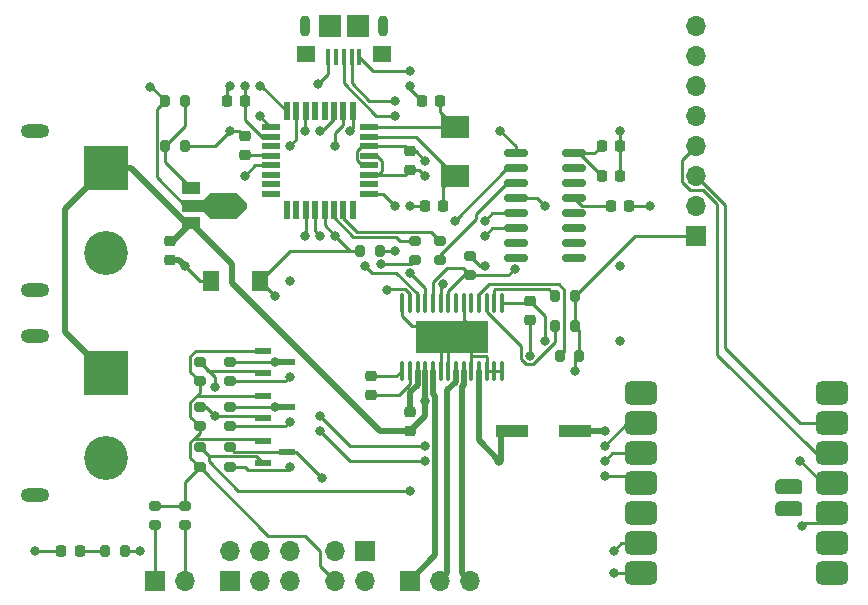
<source format=gbr>
%TF.GenerationSoftware,KiCad,Pcbnew,8.0.4*%
%TF.CreationDate,2024-11-29T22:55:18-05:00*%
%TF.ProjectId,foc_pcb,666f635f-7063-4622-9e6b-696361645f70,2.0*%
%TF.SameCoordinates,Original*%
%TF.FileFunction,Copper,L1,Top*%
%TF.FilePolarity,Positive*%
%FSLAX46Y46*%
G04 Gerber Fmt 4.6, Leading zero omitted, Abs format (unit mm)*
G04 Created by KiCad (PCBNEW 8.0.4) date 2024-11-29 22:55:18*
%MOMM*%
%LPD*%
G01*
G04 APERTURE LIST*
G04 Aperture macros list*
%AMRoundRect*
0 Rectangle with rounded corners*
0 $1 Rounding radius*
0 $2 $3 $4 $5 $6 $7 $8 $9 X,Y pos of 4 corners*
0 Add a 4 corners polygon primitive as box body*
4,1,4,$2,$3,$4,$5,$6,$7,$8,$9,$2,$3,0*
0 Add four circle primitives for the rounded corners*
1,1,$1+$1,$2,$3*
1,1,$1+$1,$4,$5*
1,1,$1+$1,$6,$7*
1,1,$1+$1,$8,$9*
0 Add four rect primitives between the rounded corners*
20,1,$1+$1,$2,$3,$4,$5,0*
20,1,$1+$1,$4,$5,$6,$7,0*
20,1,$1+$1,$6,$7,$8,$9,0*
20,1,$1+$1,$8,$9,$2,$3,0*%
%AMFreePoly0*
4,1,21,3.853536,1.103536,4.753536,0.203536,4.755000,0.200000,4.755000,-0.200000,4.753536,-0.203536,3.853536,-1.103536,3.850000,-1.105000,1.650000,-1.105000,1.646464,-1.103536,1.047928,-0.505000,-0.750000,-0.505000,-0.753536,-0.503536,-0.755000,-0.500000,-0.755000,0.500000,-0.753536,0.503536,-0.750000,0.505000,1.047928,0.505000,1.646464,1.103536,1.650000,1.105000,3.850000,1.105000,
3.853536,1.103536,3.853536,1.103536,$1*%
G04 Aperture macros list end*
%TA.AperFunction,SMDPad,CuDef*%
%ADD10RoundRect,0.200000X0.275000X-0.200000X0.275000X0.200000X-0.275000X0.200000X-0.275000X-0.200000X0*%
%TD*%
%TA.AperFunction,SMDPad,CuDef*%
%ADD11RoundRect,0.225000X-0.250000X0.225000X-0.250000X-0.225000X0.250000X-0.225000X0.250000X0.225000X0*%
%TD*%
%TA.AperFunction,SMDPad,CuDef*%
%ADD12R,2.692400X1.092200*%
%TD*%
%TA.AperFunction,SMDPad,CuDef*%
%ADD13RoundRect,0.200000X-0.275000X0.200000X-0.275000X-0.200000X0.275000X-0.200000X0.275000X0.200000X0*%
%TD*%
%TA.AperFunction,SMDPad,CuDef*%
%ADD14R,1.320800X0.558800*%
%TD*%
%TA.AperFunction,ComponentPad*%
%ADD15R,1.700000X1.700000*%
%TD*%
%TA.AperFunction,ComponentPad*%
%ADD16O,1.700000X1.700000*%
%TD*%
%TA.AperFunction,SMDPad,CuDef*%
%ADD17R,1.350000X1.800000*%
%TD*%
%TA.AperFunction,SMDPad,CuDef*%
%ADD18RoundRect,0.200000X-0.200000X-0.275000X0.200000X-0.275000X0.200000X0.275000X-0.200000X0.275000X0*%
%TD*%
%TA.AperFunction,SMDPad,CuDef*%
%ADD19RoundRect,0.225000X0.225000X0.250000X-0.225000X0.250000X-0.225000X-0.250000X0.225000X-0.250000X0*%
%TD*%
%TA.AperFunction,SMDPad,CuDef*%
%ADD20R,0.400000X1.350000*%
%TD*%
%TA.AperFunction,SMDPad,CuDef*%
%ADD21R,1.600000X1.400000*%
%TD*%
%TA.AperFunction,SMDPad,CuDef*%
%ADD22R,1.900000X1.900000*%
%TD*%
%TA.AperFunction,ComponentPad*%
%ADD23O,0.900000X1.800000*%
%TD*%
%TA.AperFunction,ComponentPad*%
%ADD24R,3.716000X3.716000*%
%TD*%
%TA.AperFunction,ComponentPad*%
%ADD25C,3.716000*%
%TD*%
%TA.AperFunction,ComponentPad*%
%ADD26O,2.400000X1.200000*%
%TD*%
%TA.AperFunction,SMDPad,CuDef*%
%ADD27O,0.343000X1.731500*%
%TD*%
%TA.AperFunction,SMDPad,CuDef*%
%ADD28R,6.200000X2.750000*%
%TD*%
%TA.AperFunction,SMDPad,CuDef*%
%ADD29RoundRect,0.225000X-0.225000X-0.250000X0.225000X-0.250000X0.225000X0.250000X-0.225000X0.250000X0*%
%TD*%
%TA.AperFunction,SMDPad,CuDef*%
%ADD30RoundRect,0.218750X-0.218750X-0.256250X0.218750X-0.256250X0.218750X0.256250X-0.218750X0.256250X0*%
%TD*%
%TA.AperFunction,SMDPad,CuDef*%
%ADD31RoundRect,0.500000X0.875000X0.500000X-0.875000X0.500000X-0.875000X-0.500000X0.875000X-0.500000X0*%
%TD*%
%TA.AperFunction,SMDPad,CuDef*%
%ADD32RoundRect,0.317500X-0.825500X0.317500X-0.825500X-0.317500X0.825500X-0.317500X0.825500X0.317500X0*%
%TD*%
%TA.AperFunction,SMDPad,CuDef*%
%ADD33RoundRect,0.200000X0.200000X0.275000X-0.200000X0.275000X-0.200000X-0.275000X0.200000X-0.275000X0*%
%TD*%
%TA.AperFunction,SMDPad,CuDef*%
%ADD34R,2.400000X1.900000*%
%TD*%
%TA.AperFunction,SMDPad,CuDef*%
%ADD35RoundRect,0.225000X0.250000X-0.225000X0.250000X0.225000X-0.250000X0.225000X-0.250000X-0.225000X0*%
%TD*%
%TA.AperFunction,SMDPad,CuDef*%
%ADD36RoundRect,0.068750X0.666250X0.206250X-0.666250X0.206250X-0.666250X-0.206250X0.666250X-0.206250X0*%
%TD*%
%TA.AperFunction,SMDPad,CuDef*%
%ADD37RoundRect,0.068750X0.206250X0.666250X-0.206250X0.666250X-0.206250X-0.666250X0.206250X-0.666250X0*%
%TD*%
%TA.AperFunction,SMDPad,CuDef*%
%ADD38R,1.500000X1.000000*%
%TD*%
%TA.AperFunction,SMDPad,CuDef*%
%ADD39FreePoly0,0.000000*%
%TD*%
%TA.AperFunction,SMDPad,CuDef*%
%ADD40RoundRect,0.150000X-0.825000X-0.150000X0.825000X-0.150000X0.825000X0.150000X-0.825000X0.150000X0*%
%TD*%
%TA.AperFunction,ViaPad*%
%ADD41C,0.800000*%
%TD*%
%TA.AperFunction,Conductor*%
%ADD42C,0.250000*%
%TD*%
%TA.AperFunction,Conductor*%
%ADD43C,0.525000*%
%TD*%
G04 APERTURE END LIST*
D10*
%TO.P,R19,1*%
%TO.N,/esp_scl_0*%
X213390000Y-141350000D03*
%TO.P,R19,2*%
%TO.N,+3.3V*%
X213390000Y-139700000D03*
%TD*%
D11*
%TO.P,C4,1*%
%TO.N,VCC*%
X214630000Y-117335000D03*
%TO.P,C4,2*%
%TO.N,GND*%
X214630000Y-118885000D03*
%TD*%
D12*
%TO.P,C11,1*%
%TO.N,VCC*%
X243611400Y-133350000D03*
%TO.P,C11,2*%
%TO.N,GND*%
X248920000Y-133350000D03*
%TD*%
D13*
%TO.P,R7,1*%
%TO.N,/uTX*%
X237490000Y-117285000D03*
%TO.P,R7,2*%
%TO.N,Net-(U5-RXD)*%
X237490000Y-118935000D03*
%TD*%
D14*
%TO.P,U3,1,G*%
%TO.N,+3.3V*%
X222504000Y-134225200D03*
%TO.P,U3,2,S*%
%TO.N,/esp_mosi*%
X222504000Y-136104800D03*
%TO.P,U3,3,D*%
%TO.N,/mosi*%
X224536000Y-135165000D03*
%TD*%
D10*
%TO.P,R17,1*%
%TO.N,+3.3V*%
X217170000Y-133005000D03*
%TO.P,R17,2*%
%TO.N,/esp_miso*%
X217170000Y-131355000D03*
%TD*%
D15*
%TO.P,J4,1,Pin_1*%
%TO.N,GND*%
X231140000Y-143510000D03*
D16*
%TO.P,J4,2,Pin_2*%
X231140000Y-146050000D03*
%TO.P,J4,3,Pin_3*%
%TO.N,+5V*%
X228600000Y-143510000D03*
%TO.P,J4,4,Pin_4*%
%TO.N,+3.3V*%
X228600000Y-146050000D03*
%TD*%
D10*
%TO.P,R6,1*%
%TO.N,Net-(U5-TXD)*%
X235395000Y-118935000D03*
%TO.P,R6,2*%
%TO.N,/uRX*%
X235395000Y-117285000D03*
%TD*%
D17*
%TO.P,SW1,1,1*%
%TO.N,GND*%
X218100000Y-120650000D03*
%TO.P,SW1,2,2*%
%TO.N,/rst*%
X222250000Y-120650000D03*
%TD*%
D18*
%TO.P,R13,1*%
%TO.N,+5V*%
X214250000Y-105410000D03*
%TO.P,R13,2*%
%TO.N,Net-(VR1-ADJUSTMENT)*%
X215900000Y-105410000D03*
%TD*%
%TO.P,R2,1*%
%TO.N,/nSlp*%
X247270000Y-124460000D03*
%TO.P,R2,2*%
%TO.N,+3.3V*%
X248920000Y-124460000D03*
%TD*%
D14*
%TO.P,U4,1,G*%
%TO.N,+3.3V*%
X222504000Y-130415200D03*
%TO.P,U4,2,S*%
%TO.N,/esp_miso*%
X222504000Y-132294800D03*
%TO.P,U4,3,D*%
%TO.N,/miso*%
X224536000Y-131355000D03*
%TD*%
D19*
%TO.P,C9,1*%
%TO.N,/rst*%
X253505000Y-114300000D03*
%TO.P,C9,2*%
%TO.N,Net-(U5-~{DTR})*%
X251955000Y-114300000D03*
%TD*%
D20*
%TO.P,J12,1,VUSB*%
%TO.N,+5V*%
X230660000Y-101735000D03*
%TO.P,J12,2,D-*%
%TO.N,/ud-*%
X230010000Y-101735000D03*
%TO.P,J12,3,D+*%
%TO.N,/ud+*%
X229360000Y-101735000D03*
%TO.P,J12,4,ID*%
%TO.N,unconnected-(J12-ID-Pad4)*%
X228710000Y-101735000D03*
%TO.P,J12,5,GND*%
%TO.N,GND*%
X228060000Y-101735000D03*
D21*
%TO.P,J12,S1,SHIELD*%
%TO.N,unconnected-(J12-SHIELD-PadS1)*%
X232560000Y-101510000D03*
%TO.P,J12,S2,SHIELD__1*%
%TO.N,unconnected-(J12-SHIELD__1-PadS2)*%
X226160000Y-101510000D03*
D22*
%TO.P,J12,S3,SHIELD__2*%
%TO.N,unconnected-(J12-SHIELD__2-PadS3)*%
X228160000Y-99060000D03*
%TO.P,J12,S4,SHIELD__3*%
%TO.N,unconnected-(J12-SHIELD__3-PadS4)*%
X230560000Y-99060000D03*
D23*
%TO.P,J12,S5,SHIELD__4*%
%TO.N,unconnected-(J12-SHIELD__4-PadS5)*%
X232660000Y-99060000D03*
%TO.P,J12,S6,SHIELD__5*%
%TO.N,unconnected-(J12-SHIELD__5-PadS6)*%
X226060000Y-99060000D03*
%TD*%
D24*
%TO.P,J5,1,+*%
%TO.N,VCC*%
X209200000Y-128480000D03*
D25*
%TO.P,J5,2,-*%
%TO.N,GND*%
X209200000Y-135680000D03*
D26*
%TO.P,J5,S1*%
%TO.N,N/C*%
X203200000Y-125330000D03*
%TO.P,J5,S2*%
X203200000Y-138830000D03*
%TD*%
D15*
%TO.P,J1,1,Pin_1*%
%TO.N,+3.3V*%
X259140000Y-116870000D03*
D16*
%TO.P,J1,2,Pin_2*%
%TO.N,GND*%
X259140000Y-114330000D03*
%TO.P,J1,3,Pin_3*%
%TO.N,/esp_scl_1*%
X259140000Y-111790000D03*
%TO.P,J1,4,Pin_4*%
%TO.N,/esp_sda_1*%
X259140000Y-109250000D03*
%TO.P,J1,5,Pin_5*%
%TO.N,unconnected-(J1-Pin_5-Pad5)*%
X259140000Y-106710000D03*
%TO.P,J1,6,Pin_6*%
%TO.N,unconnected-(J1-Pin_6-Pad6)*%
X259140000Y-104170000D03*
%TO.P,J1,7,Pin_7*%
%TO.N,unconnected-(J1-Pin_7-Pad7)*%
X259140000Y-101630000D03*
%TO.P,J1,8,Pin_8*%
%TO.N,unconnected-(J1-Pin_8-Pad8)*%
X259140000Y-99090000D03*
%TD*%
D11*
%TO.P,C2,1*%
%TO.N,Net-(U1-CPL)*%
X231635000Y-128765000D03*
%TO.P,C2,2*%
%TO.N,Net-(U1-CPH)*%
X231635000Y-130315000D03*
%TD*%
D15*
%TO.P,J3,1,Pin_1*%
%TO.N,/out1*%
X234950000Y-146050000D03*
D16*
%TO.P,J3,2,Pin_2*%
%TO.N,/out2*%
X237490000Y-146050000D03*
%TO.P,J3,3,Pin_3*%
%TO.N,/out3*%
X240030000Y-146050000D03*
%TD*%
D27*
%TO.P,U1,1,CPL*%
%TO.N,Net-(U1-CPL)*%
X234300000Y-128270000D03*
%TO.P,U1,2,CPH*%
%TO.N,Net-(U1-CPH)*%
X234950000Y-128270000D03*
%TO.P,U1,3,VCP*%
%TO.N,Net-(U1-VCP)*%
X235600000Y-128270000D03*
%TO.P,U1,4,VM*%
%TO.N,VCC*%
X236250000Y-128270000D03*
%TO.P,U1,5,OUT1*%
%TO.N,/out1*%
X236900000Y-128270000D03*
%TO.P,U1,6,PGND1*%
%TO.N,GND*%
X237550000Y-128270000D03*
%TO.P,U1,7,PGND2*%
X238200000Y-128270000D03*
%TO.P,U1,8,OUT2*%
%TO.N,/out2*%
X238850000Y-128270000D03*
%TO.P,U1,9,OUT3*%
%TO.N,/out3*%
X239500000Y-128270000D03*
%TO.P,U1,10,PGND3*%
%TO.N,GND*%
X240150000Y-128270000D03*
%TO.P,U1,11,VM*%
%TO.N,VCC*%
X240800000Y-128270000D03*
%TO.P,U1,12,COMPP*%
%TO.N,GND*%
X241450000Y-128270000D03*
%TO.P,U1,13,COMPN*%
X242100000Y-128270000D03*
%TO.P,U1,14,GND*%
X242750000Y-128270000D03*
%TO.P,U1,15,V3P3*%
%TO.N,+3.3V*%
X242750000Y-122538000D03*
%TO.P,U1,16,~{RESET}*%
%TO.N,/nRes*%
X242100000Y-122538000D03*
%TO.P,U1,17,~{SLEEP}*%
%TO.N,/nSlp*%
X241450000Y-122538000D03*
%TO.P,U1,18,~{FAULT}*%
%TO.N,/fault*%
X240800000Y-122538000D03*
%TO.P,U1,19,~{COMPO}*%
%TO.N,unconnected-(U1-~{COMPO}-Pad19)*%
X240150000Y-122538000D03*
%TO.P,U1,20,GND*%
%TO.N,GND*%
X239500000Y-122538000D03*
%TO.P,U1,21,NC*%
%TO.N,unconnected-(U1-NC-Pad21)*%
X238850000Y-122538000D03*
%TO.P,U1,22,EN3*%
%TO.N,/en*%
X238200000Y-122538000D03*
%TO.P,U1,23,IN3*%
%TO.N,/in3*%
X237550000Y-122538000D03*
%TO.P,U1,24,EN2*%
%TO.N,/en*%
X236900000Y-122538000D03*
%TO.P,U1,25,IN2*%
%TO.N,/in2*%
X236250000Y-122538000D03*
%TO.P,U1,26,EN1*%
%TO.N,/en*%
X235600000Y-122538000D03*
%TO.P,U1,27,IN1*%
%TO.N,/in1*%
X234950000Y-122538000D03*
%TO.P,U1,28,GND*%
%TO.N,GND*%
X234300000Y-122538000D03*
D28*
%TO.P,U1,29,EXP*%
X238525000Y-125404000D03*
%TD*%
D10*
%TO.P,R15,1*%
%TO.N,+3.3V*%
X217170000Y-136435000D03*
%TO.P,R15,2*%
%TO.N,/esp_mosi*%
X217170000Y-134785000D03*
%TD*%
D29*
%TO.P,C10,1*%
%TO.N,Net-(U5-VCC)*%
X251180000Y-111760000D03*
%TO.P,C10,2*%
%TO.N,GND*%
X252730000Y-111760000D03*
%TD*%
D13*
%TO.P,R12,1*%
%TO.N,Net-(U2-PD7)*%
X240030000Y-118555000D03*
%TO.P,R12,2*%
%TO.N,/en*%
X240030000Y-120205000D03*
%TD*%
D18*
%TO.P,R5,1*%
%TO.N,/rst*%
X230760000Y-118110000D03*
%TO.P,R5,2*%
%TO.N,+5V*%
X232410000Y-118110000D03*
%TD*%
D30*
%TO.P,D5,1,K*%
%TO.N,GND*%
X205435000Y-143510000D03*
%TO.P,D5,2,A*%
%TO.N,Net-(D5-A)*%
X207010000Y-143510000D03*
%TD*%
D29*
%TO.P,C7,1*%
%TO.N,GND*%
X219430000Y-105410000D03*
%TO.P,C7,2*%
%TO.N,+5V*%
X220980000Y-105410000D03*
%TD*%
D31*
%TO.P,U6,1,PA02_A0_D0*%
%TO.N,unconnected-(U6-PA02_A0_D0-Pad1)*%
X270671000Y-145432750D03*
%TO.P,U6,2,PA4_A1_D1*%
%TO.N,unconnected-(U6-PA4_A1_D1-Pad2)*%
X270671000Y-142892750D03*
%TO.P,U6,3,PA10_A2_D2*%
%TO.N,/esp_sda_0*%
X270671000Y-140352750D03*
%TO.P,U6,4,PA11_A3_D3*%
%TO.N,/esp_scl_0*%
X270671000Y-137812750D03*
%TO.P,U6,5,PA8_A4_D4_SDA*%
%TO.N,/esp_sda_1*%
X270671000Y-135272750D03*
%TO.P,U6,6,PA9_A5_D5_SCL*%
%TO.N,/esp_scl_1*%
X270671000Y-132732750D03*
%TO.P,U6,7,PB08_D6_TX*%
%TO.N,unconnected-(U6-PB08_D6_TX-Pad7)*%
X270671000Y-130192750D03*
%TO.P,U6,8,PB09_D7_RX*%
%TO.N,unconnected-(U6-PB09_D7_RX-Pad8)*%
X254506000Y-130192750D03*
%TO.P,U6,9,PA7_A8_D8_SCK*%
%TO.N,/esp_sck*%
X254506000Y-132732750D03*
%TO.P,U6,10,PA5_A9_D9_MISO*%
%TO.N,/esp_miso*%
X254506000Y-135272750D03*
%TO.P,U6,11,PA6_A10_D10_MOSI*%
%TO.N,/esp_mosi*%
X254506000Y-137812750D03*
%TO.P,U6,12,3V3*%
%TO.N,unconnected-(U6-3V3-Pad12)*%
X254506000Y-140352750D03*
%TO.P,U6,13,GND*%
%TO.N,GND*%
X254506000Y-142892750D03*
%TO.P,U6,14,5V*%
%TO.N,+5V*%
X254506000Y-145432750D03*
D32*
%TO.P,U6,15,BAT+*%
%TO.N,unconnected-(U6-BAT+-Pad15)*%
X267061000Y-138107750D03*
%TO.P,U6,16,BAT-*%
%TO.N,unconnected-(U6-BAT--Pad16)*%
X267061000Y-140012750D03*
%TD*%
D10*
%TO.P,R18,1*%
%TO.N,+5V*%
X219710000Y-133005000D03*
%TO.P,R18,2*%
%TO.N,/miso*%
X219710000Y-131355000D03*
%TD*%
D19*
%TO.P,C12,1*%
%TO.N,GND*%
X252730000Y-109220000D03*
%TO.P,C12,2*%
%TO.N,Net-(U5-VCC)*%
X251180000Y-109220000D03*
%TD*%
D29*
%TO.P,C16,1*%
%TO.N,GND*%
X236220000Y-114300000D03*
%TO.P,C16,2*%
%TO.N,/x1*%
X237770000Y-114300000D03*
%TD*%
D33*
%TO.P,R10,1*%
%TO.N,+5V*%
X210820000Y-143510000D03*
%TO.P,R10,2*%
%TO.N,Net-(D5-A)*%
X209170000Y-143510000D03*
%TD*%
D34*
%TO.P,Y1,1*%
%TO.N,/x2*%
X238760000Y-107660000D03*
%TO.P,Y1,2*%
%TO.N,/x1*%
X238760000Y-111760000D03*
%TD*%
D35*
%TO.P,C8,1*%
%TO.N,GND*%
X234950000Y-111265000D03*
%TO.P,C8,2*%
%TO.N,+5V*%
X234950000Y-109715000D03*
%TD*%
D36*
%TO.P,U2,1,PD3*%
%TO.N,/in1*%
X231500000Y-113290000D03*
%TO.P,U2,2,PD4*%
%TO.N,unconnected-(U2-PD4-Pad2)*%
X231500000Y-112490000D03*
%TO.P,U2,3,GND*%
%TO.N,GND*%
X231500000Y-111690000D03*
%TO.P,U2,4,VCC*%
%TO.N,+5V*%
X231500000Y-110890000D03*
%TO.P,U2,5,GND*%
%TO.N,GND*%
X231500000Y-110090000D03*
%TO.P,U2,6,VCC*%
%TO.N,+5V*%
X231500000Y-109290000D03*
%TO.P,U2,7,PB6*%
%TO.N,/x1*%
X231500000Y-108490000D03*
%TO.P,U2,8,PB7*%
%TO.N,/x2*%
X231500000Y-107690000D03*
D37*
%TO.P,U2,9,PD5*%
%TO.N,/in2*%
X230130000Y-106320000D03*
%TO.P,U2,10,PD6*%
%TO.N,/in3*%
X229330000Y-106320000D03*
%TO.P,U2,11,PD7*%
%TO.N,Net-(U2-PD7)*%
X228530000Y-106320000D03*
%TO.P,U2,12,PB0*%
%TO.N,unconnected-(U2-PB0-Pad12)*%
X227730000Y-106320000D03*
%TO.P,U2,13,PB1*%
%TO.N,unconnected-(U2-PB1-Pad13)*%
X226930000Y-106320000D03*
%TO.P,U2,14,PB2*%
%TO.N,GND*%
X226130000Y-106320000D03*
%TO.P,U2,15,PB3*%
%TO.N,/mosi*%
X225330000Y-106320000D03*
%TO.P,U2,16,PB4*%
%TO.N,/miso*%
X224530000Y-106320000D03*
D36*
%TO.P,U2,17,PB5*%
%TO.N,/sck*%
X223160000Y-107690000D03*
%TO.P,U2,18,AVCC*%
%TO.N,+5V*%
X223160000Y-108490000D03*
%TO.P,U2,19,ADC6*%
%TO.N,unconnected-(U2-ADC6-Pad19)*%
X223160000Y-109290000D03*
%TO.P,U2,20,AREF*%
%TO.N,/aref*%
X223160000Y-110090000D03*
%TO.P,U2,21,GND*%
%TO.N,GND*%
X223160000Y-110890000D03*
%TO.P,U2,22,ADC7*%
%TO.N,unconnected-(U2-ADC7-Pad22)*%
X223160000Y-111690000D03*
%TO.P,U2,23,PC0*%
%TO.N,/gpio_1*%
X223160000Y-112490000D03*
%TO.P,U2,24,PC1*%
%TO.N,/gpio_2*%
X223160000Y-113290000D03*
D37*
%TO.P,U2,25,PC2*%
%TO.N,unconnected-(U2-PC2-Pad25)*%
X224530000Y-114660000D03*
%TO.P,U2,26,PC3*%
%TO.N,unconnected-(U2-PC3-Pad26)*%
X225330000Y-114660000D03*
%TO.P,U2,27,PC4*%
%TO.N,/sda*%
X226130000Y-114660000D03*
%TO.P,U2,28,PC5*%
%TO.N,/scl*%
X226930000Y-114660000D03*
%TO.P,U2,29,PC6/~{RESET}*%
%TO.N,/rst*%
X227730000Y-114660000D03*
%TO.P,U2,30,PD0*%
%TO.N,/uRX*%
X228530000Y-114660000D03*
%TO.P,U2,31,PD1*%
%TO.N,/uTX*%
X229330000Y-114660000D03*
%TO.P,U2,32,PD2*%
%TO.N,unconnected-(U2-PD2-Pad32)*%
X230130000Y-114660000D03*
%TD*%
D38*
%TO.P,VR1,1,ADJUSTMENT*%
%TO.N,Net-(VR1-ADJUSTMENT)*%
X216440000Y-112800000D03*
D39*
%TO.P,VR1,2,OUTPUT*%
%TO.N,+5V*%
X216440000Y-114300000D03*
D38*
%TO.P,VR1,3,INPUT*%
%TO.N,VCC*%
X216440000Y-115800000D03*
%TD*%
D18*
%TO.P,R1,1*%
%TO.N,/fault*%
X247650000Y-127000000D03*
%TO.P,R1,2*%
%TO.N,+3.3V*%
X249300000Y-127000000D03*
%TD*%
D15*
%TO.P,J2,1,Pin_1*%
%TO.N,/esp_scl_0*%
X213360000Y-146050000D03*
D16*
%TO.P,J2,2,Pin_2*%
%TO.N,/esp_sda_0*%
X215900000Y-146050000D03*
%TD*%
D18*
%TO.P,R3,1*%
%TO.N,/nRes*%
X247270000Y-121920000D03*
%TO.P,R3,2*%
%TO.N,+3.3V*%
X248920000Y-121920000D03*
%TD*%
D14*
%TO.P,U7,1,G*%
%TO.N,+3.3V*%
X222504000Y-126605200D03*
%TO.P,U7,2,S*%
%TO.N,/esp_sck*%
X222504000Y-128484800D03*
%TO.P,U7,3,D*%
%TO.N,/sck*%
X224536000Y-127545000D03*
%TD*%
D19*
%TO.P,C17,1*%
%TO.N,/x2*%
X237490000Y-105410000D03*
%TO.P,C17,2*%
%TO.N,GND*%
X235940000Y-105410000D03*
%TD*%
D10*
%TO.P,R16,1*%
%TO.N,+5V*%
X219710000Y-136435000D03*
%TO.P,R16,2*%
%TO.N,/mosi*%
X219710000Y-134785000D03*
%TD*%
D24*
%TO.P,J6,1,+*%
%TO.N,VCC*%
X209200000Y-111100000D03*
D25*
%TO.P,J6,2,-*%
%TO.N,GND*%
X209200000Y-118300000D03*
D26*
%TO.P,J6,S1*%
%TO.N,N/C*%
X203200000Y-107950000D03*
%TO.P,J6,S2*%
X203200000Y-121450000D03*
%TD*%
D40*
%TO.P,U5,1,GND*%
%TO.N,GND*%
X243905000Y-109855000D03*
%TO.P,U5,2,TXD*%
%TO.N,Net-(U5-TXD)*%
X243905000Y-111125000D03*
%TO.P,U5,3,RXD*%
%TO.N,Net-(U5-RXD)*%
X243905000Y-112395000D03*
%TO.P,U5,4,V3*%
%TO.N,+5V*%
X243905000Y-113665000D03*
%TO.P,U5,5,UD+*%
%TO.N,/ud+*%
X243905000Y-114935000D03*
%TO.P,U5,6,UD-*%
%TO.N,/ud-*%
X243905000Y-116205000D03*
%TO.P,U5,7,NC*%
%TO.N,unconnected-(U5-NC-Pad7)*%
X243905000Y-117475000D03*
%TO.P,U5,8,NC*%
%TO.N,unconnected-(U5-NC-Pad8)*%
X243905000Y-118745000D03*
%TO.P,U5,9,~{CTS}*%
%TO.N,unconnected-(U5-~{CTS}-Pad9)*%
X248855000Y-118745000D03*
%TO.P,U5,10,~{DSR}*%
%TO.N,unconnected-(U5-~{DSR}-Pad10)*%
X248855000Y-117475000D03*
%TO.P,U5,11,~{RI}*%
%TO.N,unconnected-(U5-~{RI}-Pad11)*%
X248855000Y-116205000D03*
%TO.P,U5,12,~{DCD}*%
%TO.N,unconnected-(U5-~{DCD}-Pad12)*%
X248855000Y-114935000D03*
%TO.P,U5,13,~{DTR}*%
%TO.N,Net-(U5-~{DTR})*%
X248855000Y-113665000D03*
%TO.P,U5,14,~{RTS}*%
%TO.N,unconnected-(U5-~{RTS}-Pad14)*%
X248855000Y-112395000D03*
%TO.P,U5,15,R232*%
%TO.N,unconnected-(U5-R232-Pad15)*%
X248855000Y-111125000D03*
%TO.P,U5,16,VCC*%
%TO.N,Net-(U5-VCC)*%
X248855000Y-109855000D03*
%TD*%
D11*
%TO.P,C3,1*%
%TO.N,Net-(U1-VCP)*%
X234950000Y-131800000D03*
%TO.P,C3,2*%
%TO.N,VCC*%
X234950000Y-133350000D03*
%TD*%
D10*
%TO.P,R20,1*%
%TO.N,/esp_sda_0*%
X215900000Y-141350000D03*
%TO.P,R20,2*%
%TO.N,+3.3V*%
X215900000Y-139700000D03*
%TD*%
%TO.P,R8,1*%
%TO.N,+5V*%
X219710000Y-129195000D03*
%TO.P,R8,2*%
%TO.N,/sck*%
X219710000Y-127545000D03*
%TD*%
%TO.P,R4,1*%
%TO.N,+3.3V*%
X217170000Y-129195000D03*
%TO.P,R4,2*%
%TO.N,/esp_sck*%
X217170000Y-127545000D03*
%TD*%
D35*
%TO.P,C6,1*%
%TO.N,/aref*%
X220980000Y-109995000D03*
%TO.P,C6,2*%
%TO.N,GND*%
X220980000Y-108445000D03*
%TD*%
D15*
%TO.P,J10,1,Pin_1*%
%TO.N,/miso*%
X219710000Y-146050000D03*
D16*
%TO.P,J10,2,Pin_2*%
%TO.N,/sck*%
X219710000Y-143510000D03*
%TO.P,J10,3,Pin_3*%
%TO.N,/rst*%
X222250000Y-146050000D03*
%TO.P,J10,4,Pin_4*%
%TO.N,+5V*%
X222250000Y-143510000D03*
%TO.P,J10,5,Pin_5*%
%TO.N,/mosi*%
X224790000Y-146050000D03*
%TO.P,J10,6,Pin_6*%
%TO.N,GND*%
X224790000Y-143510000D03*
%TD*%
D35*
%TO.P,C1,1*%
%TO.N,GND*%
X245110000Y-123965000D03*
%TO.P,C1,2*%
%TO.N,+3.3V*%
X245110000Y-122415000D03*
%TD*%
D18*
%TO.P,R14,1*%
%TO.N,Net-(VR1-ADJUSTMENT)*%
X214250000Y-109220000D03*
%TO.P,R14,2*%
%TO.N,GND*%
X215900000Y-109220000D03*
%TD*%
D41*
%TO.N,+5V*%
X252222000Y-145432750D03*
%TO.N,GND*%
X240030000Y-124460000D03*
X252730000Y-107950000D03*
X237490000Y-124460000D03*
X237490000Y-125730000D03*
X215900000Y-119380000D03*
X236220000Y-125730000D03*
X219710000Y-107950000D03*
X251460000Y-133350000D03*
X252730000Y-125730000D03*
X238760001Y-125730000D03*
X242570000Y-107950000D03*
X220980000Y-111760000D03*
X236220000Y-124460000D03*
X245110000Y-127000000D03*
X219710000Y-104140000D03*
X240030000Y-125730000D03*
X252222000Y-143510000D03*
X226060000Y-107950000D03*
X203200000Y-143510000D03*
X227166282Y-104043427D03*
X236220000Y-111760000D03*
X234950000Y-114300000D03*
X238760000Y-124460000D03*
X234950000Y-104140000D03*
%TO.N,+3.3V*%
X246380000Y-125730000D03*
X248920000Y-128270000D03*
%TO.N,VCC*%
X242512900Y-135890000D03*
X236220000Y-130810000D03*
%TO.N,+5V*%
X246380000Y-114300000D03*
X252730000Y-119380000D03*
X220980000Y-104140000D03*
X224790000Y-136435000D03*
X236220000Y-110490000D03*
X224790000Y-132625000D03*
X224790000Y-120650000D03*
X234950000Y-102870000D03*
X233680000Y-118110000D03*
X212090000Y-143510000D03*
X212981652Y-104288065D03*
X224790000Y-128815000D03*
%TO.N,/rst*%
X223520000Y-121920000D03*
X255270000Y-114300000D03*
X228600000Y-116840000D03*
%TO.N,/sda*%
X226060000Y-116840000D03*
%TO.N,/scl*%
X227330000Y-116840000D03*
%TO.N,/ud+*%
X241300000Y-115570000D03*
X233680000Y-106680000D03*
%TO.N,/ud-*%
X241300000Y-116840000D03*
X233680000Y-105410000D03*
%TO.N,Net-(U5-TXD)*%
X238760000Y-115570000D03*
X232543980Y-119246020D03*
%TO.N,/sck*%
X223520000Y-127545000D03*
X222250000Y-106680000D03*
%TO.N,Net-(U2-PD7)*%
X241300000Y-119380000D03*
X227330000Y-107950000D03*
%TO.N,/en*%
X231140000Y-119380000D03*
X243839696Y-119644999D03*
%TO.N,/esp_sck*%
X236220000Y-134620000D03*
X218440000Y-129690200D03*
X251460000Y-134620000D03*
X227330000Y-132080000D03*
%TO.N,/esp_mosi*%
X234950000Y-138430000D03*
X251460000Y-137160000D03*
%TO.N,/in1*%
X232982750Y-121421020D03*
X233680000Y-114300000D03*
%TO.N,/in2*%
X229870000Y-107950000D03*
X234950000Y-119971020D03*
%TO.N,/in3*%
X237787347Y-120947347D03*
X228600000Y-109220000D03*
%TO.N,/esp_miso*%
X218440000Y-132080000D03*
X251460000Y-135890000D03*
X236220000Y-135890000D03*
X227330000Y-133350000D03*
%TO.N,/miso*%
X223520000Y-131355000D03*
X222250000Y-104140000D03*
%TO.N,/mosi*%
X227545223Y-137375223D03*
X224790000Y-109220000D03*
%TO.N,/esp_scl_0*%
X267970000Y-135890000D03*
%TO.N,/esp_sda_0*%
X268146689Y-141428750D03*
%TD*%
D42*
%TO.N,+5V*%
X252222000Y-145432750D02*
X254506000Y-145432750D01*
%TO.N,GND*%
X252222000Y-143510000D02*
X252839250Y-142892750D01*
X252839250Y-142892750D02*
X254506000Y-142892750D01*
X234950000Y-111265000D02*
X235725000Y-111265000D01*
X242570000Y-107950000D02*
X243905000Y-109285000D01*
X227166282Y-104043427D02*
X227166282Y-103898718D01*
X220980000Y-111760000D02*
X221850000Y-110890000D01*
X203200000Y-143510000D02*
X205435000Y-143510000D01*
X241450000Y-127154250D02*
X241450000Y-128270000D01*
D43*
X248920000Y-133350000D02*
X251460000Y-133350000D01*
D42*
X219710000Y-107950000D02*
X220485000Y-107950000D01*
X232560000Y-111365000D02*
X232235000Y-111690000D01*
X219430000Y-104420000D02*
X219710000Y-104140000D01*
X237550000Y-128270000D02*
X237550000Y-125790000D01*
X220485000Y-107950000D02*
X220980000Y-108445000D01*
X238200000Y-128270000D02*
X238200000Y-125729000D01*
X242750000Y-128270000D02*
X241450000Y-128270000D01*
X221850000Y-110890000D02*
X223160000Y-110890000D01*
X234300000Y-123653750D02*
X235106250Y-124460000D01*
X234525000Y-111690000D02*
X234950000Y-111265000D01*
X240150000Y-128270000D02*
X240150000Y-127154250D01*
X240225000Y-127079250D02*
X241375000Y-127079250D01*
X215900000Y-109220000D02*
X218440000Y-109220000D01*
X232131252Y-110090000D02*
X232560000Y-110518748D01*
X235106250Y-124460000D02*
X236220000Y-124460000D01*
X235725000Y-111265000D02*
X236220000Y-111760000D01*
X234950000Y-104420000D02*
X235940000Y-105410000D01*
X245110000Y-123965000D02*
X245110000Y-127000000D01*
D43*
X214630000Y-118885000D02*
X215405000Y-118885000D01*
D42*
X234300000Y-122538000D02*
X234300000Y-123653750D01*
X238200000Y-125729000D02*
X238525000Y-125404000D01*
X240150000Y-125850000D02*
X240150000Y-128270000D01*
X239500000Y-122538000D02*
X239500000Y-123930000D01*
X226060000Y-106390000D02*
X226130000Y-106320000D01*
X252730000Y-109220000D02*
X252730000Y-111760000D01*
X241375000Y-127079250D02*
X241450000Y-127154250D01*
X231500000Y-110090000D02*
X232131252Y-110090000D01*
X219430000Y-105410000D02*
X219430000Y-104420000D01*
X243905000Y-109285000D02*
X243905000Y-109855000D01*
X237550000Y-125790000D02*
X237490000Y-125730000D01*
X217170000Y-120650000D02*
X215900000Y-119380000D01*
X218440000Y-109220000D02*
X219710000Y-107950000D01*
X239500000Y-123930000D02*
X240030000Y-124460000D01*
X236220000Y-114300000D02*
X234950000Y-114300000D01*
X218100000Y-120650000D02*
X217170000Y-120650000D01*
X228060000Y-103149709D02*
X228060000Y-101735000D01*
X252730000Y-107950000D02*
X252730000Y-109220000D01*
X226060000Y-107950000D02*
X226060000Y-106390000D01*
X227166282Y-104043427D02*
X228060000Y-103149709D01*
X232235000Y-111690000D02*
X231500000Y-111690000D01*
X240030000Y-125730000D02*
X240150000Y-125850000D01*
X231500000Y-111690000D02*
X234525000Y-111690000D01*
D43*
X215405000Y-118885000D02*
X215900000Y-119380000D01*
D42*
X240150000Y-127154250D02*
X240225000Y-127079250D01*
X234950000Y-104140000D02*
X234950000Y-104420000D01*
X232560000Y-110518748D02*
X232560000Y-111365000D01*
%TO.N,+3.3V*%
X216671996Y-134060000D02*
X222338800Y-134060000D01*
X242750000Y-122538000D02*
X244987000Y-122538000D01*
X216370000Y-135635000D02*
X216370000Y-134361996D01*
X215900000Y-139700000D02*
X215900000Y-137705000D01*
X216370000Y-130931996D02*
X216886796Y-130415200D01*
X226060000Y-142240000D02*
X227330000Y-143510000D01*
X227330000Y-143510000D02*
X227330000Y-144780000D01*
X246380000Y-125730000D02*
X246380000Y-123685000D01*
X217170000Y-133005000D02*
X216370000Y-132205000D01*
X248920000Y-127380000D02*
X249300000Y-127000000D01*
X217170000Y-129195000D02*
X216370000Y-128395000D01*
X248920000Y-124460000D02*
X248920000Y-121920000D01*
X217170000Y-136435000D02*
X216370000Y-135635000D01*
X249300000Y-127000000D02*
X249300000Y-124840000D01*
X253970000Y-116870000D02*
X248920000Y-121920000D01*
X246380000Y-123685000D02*
X245110000Y-122415000D01*
X216370000Y-134361996D02*
X216671996Y-134060000D01*
X222338800Y-134060000D02*
X222504000Y-134225200D01*
X248920000Y-128270000D02*
X248920000Y-127380000D01*
X217170000Y-136435000D02*
X222975000Y-142240000D01*
X217170000Y-129195000D02*
X217170000Y-130131996D01*
X222975000Y-142240000D02*
X226060000Y-142240000D01*
X216370000Y-127075000D02*
X216839800Y-126605200D01*
X216839800Y-126605200D02*
X222504000Y-126605200D01*
X216886796Y-130415200D02*
X222504000Y-130415200D01*
X217170000Y-130131996D02*
X216886796Y-130415200D01*
X216370000Y-128395000D02*
X216370000Y-127075000D01*
X227330000Y-144780000D02*
X228600000Y-146050000D01*
X213390000Y-139700000D02*
X215900000Y-139700000D01*
X244987000Y-122538000D02*
X245110000Y-122415000D01*
X216370000Y-132205000D02*
X216370000Y-130931996D01*
X217170000Y-133005000D02*
X217170000Y-133561996D01*
X217170000Y-133561996D02*
X216671996Y-134060000D01*
X215900000Y-137705000D02*
X217170000Y-136435000D01*
X259140000Y-116870000D02*
X253970000Y-116870000D01*
X249300000Y-124840000D02*
X248920000Y-124460000D01*
%TO.N,Net-(U1-CPL)*%
X231635000Y-128765000D02*
X233805000Y-128765000D01*
X233805000Y-128765000D02*
X234300000Y-128270000D01*
%TO.N,Net-(U1-CPH)*%
X234950000Y-129385750D02*
X234950000Y-128270000D01*
X234020750Y-130315000D02*
X234950000Y-129385750D01*
X231635000Y-130315000D02*
X234020750Y-130315000D01*
D43*
%TO.N,VCC*%
X240800000Y-128270000D02*
X240800000Y-134177100D01*
X211315252Y-111100000D02*
X216092752Y-115877500D01*
X219927500Y-119287500D02*
X216440000Y-115800000D01*
X236250000Y-130780000D02*
X236250000Y-128270000D01*
X242650400Y-135752500D02*
X242650400Y-133510900D01*
X234950000Y-133350000D02*
X232410000Y-133350000D01*
X219927500Y-120867500D02*
X219927500Y-119287500D01*
X232410000Y-133350000D02*
X219927500Y-120867500D01*
X236220000Y-130810000D02*
X236250000Y-130780000D01*
X205740000Y-125020000D02*
X209200000Y-128480000D01*
X205740000Y-114560000D02*
X205740000Y-125020000D01*
X242512900Y-135890000D02*
X242650400Y-135752500D01*
X236220000Y-132080000D02*
X236220000Y-130810000D01*
X240800000Y-134177100D02*
X242512900Y-135890000D01*
X214905000Y-117335000D02*
X216440000Y-115800000D01*
X242650400Y-133510900D02*
X242811300Y-133350000D01*
X209200000Y-111100000D02*
X211315252Y-111100000D01*
X214630000Y-117335000D02*
X214905000Y-117335000D01*
X234950000Y-133350000D02*
X236220000Y-132080000D01*
X209200000Y-111100000D02*
X205740000Y-114560000D01*
%TO.N,Net-(U1-VCP)*%
X235598000Y-129465362D02*
X235598000Y-128270000D01*
X234950000Y-131800000D02*
X234950000Y-130113362D01*
X234950000Y-130113362D02*
X235598000Y-129465362D01*
D42*
%TO.N,+5V*%
X213525000Y-111925000D02*
X215900000Y-114300000D01*
X219710000Y-133005000D02*
X224410000Y-133005000D01*
X246380000Y-114300000D02*
X245745000Y-113665000D01*
X213128065Y-104288065D02*
X214250000Y-105410000D01*
X230868748Y-110890000D02*
X231500000Y-110890000D01*
X231795000Y-102870000D02*
X230660000Y-101735000D01*
X220980000Y-107045000D02*
X220980000Y-105410000D01*
X230440000Y-110461252D02*
X230868748Y-110890000D01*
X222425000Y-108490000D02*
X220980000Y-107045000D01*
X223160000Y-108490000D02*
X222425000Y-108490000D01*
X224410000Y-129195000D02*
X224790000Y-128815000D01*
X220980000Y-136435000D02*
X221254200Y-136709200D01*
X245745000Y-113665000D02*
X243905000Y-113665000D01*
X230868748Y-109290000D02*
X230440000Y-109718748D01*
X224515800Y-136709200D02*
X224790000Y-136435000D01*
X234950000Y-109715000D02*
X234525000Y-109290000D01*
X215900000Y-114300000D02*
X216440000Y-114300000D01*
X234950000Y-109715000D02*
X235445000Y-109715000D01*
X214250000Y-105410000D02*
X213525000Y-106135000D01*
X231500000Y-109290000D02*
X230868748Y-109290000D01*
X234950000Y-102870000D02*
X231795000Y-102870000D01*
X230440000Y-109718748D02*
X230440000Y-110461252D01*
X232410000Y-118110000D02*
X233680000Y-118110000D01*
X221254200Y-136709200D02*
X224515800Y-136709200D01*
X212981652Y-104288065D02*
X213128065Y-104288065D01*
X213525000Y-106135000D02*
X213525000Y-111925000D01*
X235445000Y-109715000D02*
X236220000Y-110490000D01*
X219710000Y-129195000D02*
X224410000Y-129195000D01*
X224410000Y-133005000D02*
X224790000Y-132625000D01*
X220980000Y-105410000D02*
X220980000Y-104140000D01*
X234525000Y-109290000D02*
X231500000Y-109290000D01*
X219710000Y-136435000D02*
X220980000Y-136435000D01*
X210820000Y-143510000D02*
X212090000Y-143510000D01*
%TO.N,/aref*%
X223065000Y-109995000D02*
X223160000Y-110090000D01*
X220980000Y-109995000D02*
X223065000Y-109995000D01*
%TO.N,/rst*%
X224790000Y-118110000D02*
X230760000Y-118110000D01*
X230760000Y-118110000D02*
X229870000Y-118110000D01*
X253505000Y-114300000D02*
X255270000Y-114300000D01*
X227730000Y-115970000D02*
X227730000Y-114660000D01*
X223520000Y-121920000D02*
X222250000Y-120650000D01*
X229870000Y-118110000D02*
X228600000Y-116840000D01*
X228600000Y-116840000D02*
X227730000Y-115970000D01*
X222250000Y-120650000D02*
X224790000Y-118110000D01*
%TO.N,Net-(U5-~{DTR})*%
X251955000Y-114300000D02*
X249490000Y-114300000D01*
X249490000Y-114300000D02*
X248855000Y-113665000D01*
%TO.N,Net-(U5-VCC)*%
X250545000Y-109855000D02*
X251180000Y-109220000D01*
X248855000Y-109855000D02*
X249275000Y-109855000D01*
X248855000Y-109855000D02*
X250545000Y-109855000D01*
X249275000Y-109855000D02*
X251180000Y-111760000D01*
%TO.N,/sda*%
X226130000Y-114660000D02*
X226130000Y-116770000D01*
X226130000Y-116770000D02*
X226060000Y-116840000D01*
%TO.N,/scl*%
X226930000Y-114660000D02*
X226930000Y-116440000D01*
X226930000Y-116440000D02*
X227330000Y-116840000D01*
%TO.N,Net-(D5-A)*%
X209170000Y-143510000D02*
X207010000Y-143510000D01*
%TO.N,/esp_scl_1*%
X261620000Y-126365000D02*
X267987750Y-132732750D01*
X267987750Y-132732750D02*
X270671000Y-132732750D01*
X261620000Y-114269999D02*
X261620000Y-126365000D01*
X259140000Y-111790000D02*
X259140001Y-111790000D01*
X259140001Y-111790000D02*
X261620000Y-114269999D01*
%TO.N,/esp_sda_1*%
X259140000Y-109250000D02*
X257965000Y-110425000D01*
X259781842Y-112965000D02*
X260985000Y-114168158D01*
X258653299Y-112965000D02*
X259781842Y-112965000D01*
X260985000Y-126961750D02*
X269296000Y-135272750D01*
X257965000Y-110425000D02*
X257965000Y-112276701D01*
X257965000Y-112276701D02*
X258653299Y-112965000D01*
X260985000Y-114168158D02*
X260985000Y-126961750D01*
X269296000Y-135272750D02*
X270671000Y-135272750D01*
%TO.N,/ud+*%
X229360000Y-103930000D02*
X229360000Y-101735000D01*
X233680000Y-106680000D02*
X232110000Y-106680000D01*
X241935000Y-114935000D02*
X241300000Y-115570000D01*
X232110000Y-106680000D02*
X229360000Y-103930000D01*
X243905000Y-114935000D02*
X241935000Y-114935000D01*
%TO.N,/ud-*%
X231490000Y-105410000D02*
X230010000Y-103930000D01*
X233680000Y-105410000D02*
X231490000Y-105410000D01*
X230010000Y-103930000D02*
X230010000Y-101735000D01*
X241935000Y-116205000D02*
X241300000Y-116840000D01*
X243905000Y-116205000D02*
X241935000Y-116205000D01*
%TO.N,/nSlp*%
X247270000Y-125865305D02*
X245410305Y-127725000D01*
X244809695Y-127725000D02*
X244385000Y-127300305D01*
X245410305Y-127725000D02*
X244809695Y-127725000D01*
X241450000Y-123284407D02*
X241450000Y-122538000D01*
X244385000Y-126219407D02*
X241450000Y-123284407D01*
X247270000Y-124460000D02*
X247270000Y-125865305D01*
X244385000Y-127300305D02*
X244385000Y-126219407D01*
%TO.N,/fault*%
X247543254Y-120970250D02*
X241621343Y-120970250D01*
X240800000Y-121791593D02*
X240800000Y-122538000D01*
X247650000Y-127000000D02*
X247995000Y-126655000D01*
X247995000Y-121421996D02*
X247543254Y-120970250D01*
X247995000Y-126655000D02*
X247995000Y-124460000D01*
X241621343Y-120970250D02*
X240800000Y-121791593D01*
X247995000Y-124460000D02*
X247995000Y-121421996D01*
%TO.N,/nRes*%
X246697250Y-121347250D02*
X242175000Y-121347250D01*
X242175000Y-121347250D02*
X242100000Y-121422250D01*
X242100000Y-121422250D02*
X242100000Y-122538000D01*
X247270000Y-121920000D02*
X246697250Y-121347250D01*
D43*
%TO.N,/out2*%
X237490000Y-146050000D02*
X238125000Y-145415000D01*
D42*
X238850000Y-129016407D02*
X238850000Y-128270000D01*
D43*
X238850000Y-129210861D02*
X238850000Y-128270000D01*
X238125000Y-129935861D02*
X238850000Y-129210861D01*
X238125000Y-145415000D02*
X238125000Y-129935861D01*
%TO.N,/out3*%
X239395000Y-145415000D02*
X239395000Y-129587929D01*
X240030000Y-146050000D02*
X239395000Y-145415000D01*
D42*
X239500000Y-129232815D02*
X239500000Y-128270000D01*
D43*
X239395000Y-129587929D02*
X239502000Y-129480929D01*
X239502000Y-129480929D02*
X239502000Y-128272000D01*
%TO.N,/out1*%
X237082500Y-143917500D02*
X237082500Y-130452740D01*
X234950000Y-146050000D02*
X237082500Y-143917500D01*
D42*
X236945000Y-128315000D02*
X236900000Y-128270000D01*
D43*
X237082500Y-130452740D02*
X236902000Y-130272240D01*
X236902000Y-130272240D02*
X236902000Y-128270000D01*
D42*
%TO.N,/uRX*%
X235395000Y-117285000D02*
X234125000Y-117285000D01*
X228530000Y-115291252D02*
X228530000Y-114660000D01*
X233777000Y-116937000D02*
X230175748Y-116937000D01*
X234125000Y-117285000D02*
X233777000Y-116937000D01*
X230175748Y-116937000D02*
X228530000Y-115291252D01*
%TO.N,Net-(U5-TXD)*%
X232543980Y-119246020D02*
X235083980Y-119246020D01*
X238760000Y-115570000D02*
X243205000Y-111125000D01*
X243205000Y-111125000D02*
X243905000Y-111125000D01*
X235083980Y-119246020D02*
X235395000Y-118935000D01*
%TO.N,/uTX*%
X230495000Y-116560000D02*
X229330000Y-115395000D01*
X237490000Y-117285000D02*
X236765000Y-116560000D01*
X236765000Y-116560000D02*
X230495000Y-116560000D01*
X229330000Y-115395000D02*
X229330000Y-114660000D01*
%TO.N,Net-(U5-RXD)*%
X237490000Y-118522500D02*
X240575000Y-115437500D01*
X243205000Y-112395000D02*
X243905000Y-112395000D01*
X240575000Y-115025000D02*
X243205000Y-112395000D01*
X237490000Y-118935000D02*
X237490000Y-118522500D01*
X240575000Y-115437500D02*
X240575000Y-115025000D01*
%TO.N,/sck*%
X222250000Y-106680000D02*
X222250000Y-106780000D01*
X222250000Y-106780000D02*
X223160000Y-107690000D01*
X224536000Y-127545000D02*
X223520000Y-127545000D01*
X219710000Y-127545000D02*
X224536000Y-127545000D01*
%TO.N,Net-(U2-PD7)*%
X227531252Y-107950000D02*
X228530000Y-106951252D01*
X228530000Y-106951252D02*
X228530000Y-106320000D01*
X227330000Y-107950000D02*
X227531252Y-107950000D01*
X240855000Y-119380000D02*
X240030000Y-118555000D01*
X241300000Y-119380000D02*
X240855000Y-119380000D01*
%TO.N,/en*%
X238200000Y-121560000D02*
X238200000Y-122538000D01*
X243279695Y-120205000D02*
X240030000Y-120205000D01*
X236900000Y-120809389D02*
X238122042Y-119587347D01*
X238122042Y-119587347D02*
X239412347Y-119587347D01*
X231731020Y-119971020D02*
X231140000Y-119380000D01*
X243839696Y-119644999D02*
X243279695Y-120205000D01*
X235600000Y-121791593D02*
X233779427Y-119971020D01*
X233779427Y-119971020D02*
X231731020Y-119971020D01*
X239412347Y-119587347D02*
X240030000Y-120205000D01*
X235600000Y-122538000D02*
X235600000Y-121791593D01*
X236900000Y-122538000D02*
X236900000Y-120809389D01*
X240030000Y-120205000D02*
X239555000Y-120205000D01*
X239555000Y-120205000D02*
X238200000Y-121560000D01*
%TO.N,/esp_sck*%
X217895000Y-128270000D02*
X222289200Y-128270000D01*
X217170000Y-127545000D02*
X217895000Y-128270000D01*
X227330000Y-132080000D02*
X229870000Y-134620000D01*
X253347250Y-132732750D02*
X254506000Y-132732750D01*
X218440000Y-128815000D02*
X218440000Y-129690200D01*
X229870000Y-134620000D02*
X236220000Y-134620000D01*
X251460000Y-134620000D02*
X253347250Y-132732750D01*
X217170000Y-127545000D02*
X218440000Y-128815000D01*
X222289200Y-128270000D02*
X222504000Y-128484800D01*
%TO.N,/esp_mosi*%
X217927000Y-135968996D02*
X220388004Y-138430000D01*
X217927000Y-135542000D02*
X217927000Y-135968996D01*
X253853250Y-137160000D02*
X254506000Y-137812750D01*
X220388004Y-138430000D02*
X234950000Y-138430000D01*
X221941200Y-135542000D02*
X222504000Y-136104800D01*
X217927000Y-135542000D02*
X221941200Y-135542000D01*
X251460000Y-137160000D02*
X253853250Y-137160000D01*
X217170000Y-134785000D02*
X217927000Y-135542000D01*
%TO.N,/in1*%
X232670000Y-113290000D02*
X233680000Y-114300000D01*
X233056520Y-121347250D02*
X234505657Y-121347250D01*
X232982750Y-121421020D02*
X233056520Y-121347250D01*
X231500000Y-113290000D02*
X232670000Y-113290000D01*
X234950000Y-121791593D02*
X234950000Y-122538000D01*
X234505657Y-121347250D02*
X234950000Y-121791593D01*
%TO.N,/in2*%
X234950000Y-119971020D02*
X236250000Y-121271020D01*
X230130000Y-107690000D02*
X229870000Y-107950000D01*
X230130000Y-106320000D02*
X230130000Y-107690000D01*
X236250000Y-121271020D02*
X236250000Y-122538000D01*
%TO.N,/in3*%
X237550000Y-121980000D02*
X237490000Y-121920000D01*
X228600000Y-109220000D02*
X228600000Y-108194695D01*
X229330000Y-107464695D02*
X229330000Y-106320000D01*
X237787347Y-120947347D02*
X237550000Y-121184694D01*
X237550000Y-121184694D02*
X237550000Y-122538000D01*
X228600000Y-108194695D02*
X229330000Y-107464695D01*
%TO.N,/x2*%
X238760000Y-107660000D02*
X231530000Y-107660000D01*
X231530000Y-107660000D02*
X231500000Y-107690000D01*
X237490000Y-106390000D02*
X237490000Y-105410000D01*
X238760000Y-107660000D02*
X237490000Y-106390000D01*
%TO.N,/esp_miso*%
X229870000Y-135890000D02*
X236220000Y-135890000D01*
X222289200Y-132080000D02*
X222504000Y-132294800D01*
X218440000Y-132080000D02*
X222289200Y-132080000D01*
X251460000Y-135890000D02*
X252077250Y-135272750D01*
X217715000Y-131355000D02*
X218440000Y-132080000D01*
X227330000Y-133350000D02*
X229870000Y-135890000D01*
X252077250Y-135272750D02*
X254506000Y-135272750D01*
X217170000Y-131355000D02*
X217715000Y-131355000D01*
%TO.N,/x1*%
X237770000Y-114300000D02*
X237770000Y-112750000D01*
X237770000Y-112750000D02*
X238760000Y-111760000D01*
X238760000Y-111760000D02*
X235490000Y-108490000D01*
X235490000Y-108490000D02*
X231500000Y-108490000D01*
%TO.N,Net-(VR1-ADJUSTMENT)*%
X215900000Y-105410000D02*
X215900000Y-107570000D01*
X215900000Y-107570000D02*
X214250000Y-109220000D01*
X214250000Y-110610000D02*
X216440000Y-112800000D01*
X214250000Y-109220000D02*
X214250000Y-110610000D01*
%TO.N,/miso*%
X222350000Y-104140000D02*
X224530000Y-106320000D01*
X222250000Y-104140000D02*
X222350000Y-104140000D01*
X224536000Y-131355000D02*
X223520000Y-131355000D01*
X219710000Y-131355000D02*
X224536000Y-131355000D01*
%TO.N,/mosi*%
X225335000Y-135165000D02*
X227545223Y-137375223D01*
X224790000Y-109220000D02*
X225330000Y-108680000D01*
X225330000Y-108680000D02*
X225330000Y-106320000D01*
X220090000Y-135165000D02*
X224536000Y-135165000D01*
X219710000Y-134785000D02*
X220090000Y-135165000D01*
X224536000Y-135165000D02*
X225335000Y-135165000D01*
%TO.N,/esp_scl_0*%
X213390000Y-146020000D02*
X213360000Y-146050000D01*
X269892750Y-137812750D02*
X270671000Y-137812750D01*
X267970000Y-135890000D02*
X269892750Y-137812750D01*
X213390000Y-141350000D02*
X213390000Y-146020000D01*
%TO.N,/esp_sda_0*%
X269870000Y-141153750D02*
X270671000Y-140352750D01*
X268421689Y-141153750D02*
X269870000Y-141153750D01*
X215900000Y-141350000D02*
X215900000Y-146050000D01*
X268146689Y-141428750D02*
X268421689Y-141153750D01*
%TD*%
M02*

</source>
